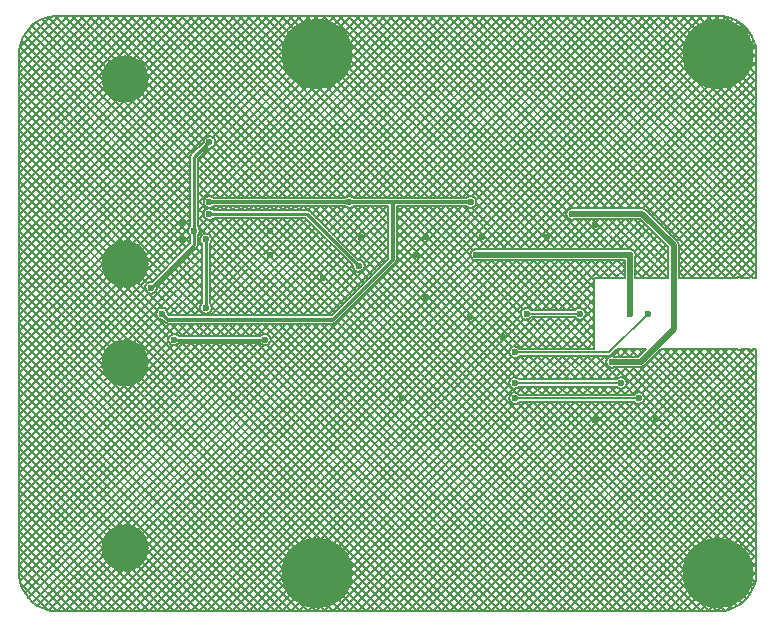
<source format=gbl>
G04*
G04 #@! TF.GenerationSoftware,Altium Limited,Altium Designer,23.9.2 (47)*
G04*
G04 Layer_Physical_Order=2*
G04 Layer_Color=16711680*
%FSLAX25Y25*%
%MOIN*%
G70*
G04*
G04 #@! TF.SameCoordinates,B9D28BA6-00D3-483F-BACE-1505689BD4AF*
G04*
G04*
G04 #@! TF.FilePolarity,Positive*
G04*
G01*
G75*
%ADD10C,0.00984*%
%ADD13C,0.00787*%
%ADD15C,0.00591*%
%ADD32C,0.01181*%
%ADD45C,0.01968*%
%ADD46C,0.15748*%
%ADD47C,0.23622*%
%ADD48C,0.02362*%
G36*
X31463Y56371D02*
X31545Y56458D01*
X31618Y56545D01*
X31682Y56634D01*
X31738Y56723D01*
X31785Y56812D01*
X31824Y56903D01*
X31853Y56994D01*
X31874Y57086D01*
X31886Y57178D01*
X31890Y57272D01*
X33059Y56102D01*
X32966Y56099D01*
X32873Y56087D01*
X32781Y56066D01*
X32690Y56036D01*
X32600Y55998D01*
X32510Y55951D01*
X32421Y55895D01*
X32333Y55831D01*
X32245Y55757D01*
X32158Y55675D01*
X31463Y56371D01*
D02*
G37*
D10*
X13681Y8681D02*
X27953Y22953D01*
Y27559D01*
X21358Y-8661D02*
X51575D01*
X31811Y1969D02*
Y24724D01*
X27953Y52165D02*
X33071Y57284D01*
X27953Y27559D02*
Y52165D01*
X65597Y33189D02*
X82793Y15992D01*
X33071Y33189D02*
X65597D01*
D13*
X134843Y-23130D02*
X170276D01*
X134843Y-28248D02*
X176181D01*
X166240Y-12894D02*
X179134Y0D01*
X134843Y-12894D02*
X166240D01*
X138779Y0D02*
X156496D01*
D15*
X189575Y22835D02*
X189054Y24093D01*
X189575Y22835D02*
X189054Y24093D01*
X210764Y11811D02*
X209646Y12106D01*
X208528Y11811D01*
X214701D02*
X213583Y12106D01*
X212465Y11811D01*
X178581Y34565D02*
X177323Y35087D01*
X178581Y34565D02*
X177323Y35087D01*
X122075Y37224D02*
X121857Y38127D01*
X121250Y38830D01*
X120390Y39179D01*
X119465Y39096D01*
X118680Y38600D01*
X118699Y35829D02*
X119486Y35345D01*
X120406Y35272D01*
X121259Y35625D01*
X121859Y36327D01*
X122075Y37224D01*
X154884Y35087D02*
X153915Y35280D01*
X152974Y34981D01*
X152295Y34264D01*
X152048Y33307D01*
X152295Y32351D01*
X152974Y31633D01*
X153915Y31334D01*
X154884Y31528D01*
X81124Y38600D02*
X80237Y39114D01*
X79212D01*
X78325Y38600D01*
X78306Y35829D02*
X79203Y35298D01*
X80246D01*
X81143Y35829D01*
X175205Y19685D02*
X174958Y20642D01*
X174279Y21359D01*
X173337Y21658D01*
X172369Y21465D01*
X175008Y18825D02*
X175205Y19685D01*
X122907Y21465D02*
X121938Y21658D01*
X120996Y21359D01*
X120318Y20641D01*
X120071Y19685D01*
X120318Y18728D01*
X120997Y18011D01*
X121939Y17711D01*
X122907Y17906D01*
X95074Y16737D02*
X95480Y17717D01*
X95074Y16737D02*
X95480Y17717D01*
X84770Y15992D02*
X84479Y17024D01*
X83694Y17752D01*
X82643Y17963D01*
X80823Y16142D02*
X81023Y15114D01*
X81720Y14333D01*
X82718Y14017D01*
X83738Y14256D01*
X84492Y14983D01*
X84770Y15992D01*
X212465Y-11811D02*
X213583Y-12106D01*
X214701Y-11811D01*
X208528D02*
X209646Y-12106D01*
X210764Y-11811D01*
X176772Y-17921D02*
X178030Y-17400D01*
X176772Y-17921D02*
X178030Y-17400D01*
X178157Y-28248D02*
X177916Y-27302D01*
X177252Y-26587D01*
X176326Y-26277D01*
X175364Y-26448D01*
X174602Y-27059D01*
Y-29437D02*
X175364Y-30048D01*
X176326Y-30219D01*
X177252Y-29909D01*
X177916Y-29194D01*
X178157Y-28248D01*
X158472Y0D02*
X158231Y946D01*
X157566Y1661D01*
X156641Y1971D01*
X155679Y1800D01*
X154917Y1189D01*
Y-1189D02*
X155679Y-1800D01*
X156641Y-1971D01*
X157566Y-1661D01*
X158231Y-946D01*
X158472Y0D01*
X166240Y-14083D02*
X167081Y-13734D01*
X166240Y-14083D02*
X167081Y-13734D01*
X140358Y1189D02*
X139596Y1800D01*
X138635Y1971D01*
X137709Y1661D01*
X137044Y946D01*
X136803Y0D01*
X137044Y-946D01*
X137709Y-1661D01*
X138635Y-1971D01*
X139596Y-1800D01*
X140358Y-1189D01*
X136421Y-11705D02*
X135659Y-11094D01*
X134698Y-10923D01*
X133772Y-11232D01*
X133107Y-11947D01*
X132866Y-12894D01*
X133107Y-13840D01*
X133772Y-14555D01*
X134698Y-14865D01*
X135659Y-14693D01*
X136421Y-14083D01*
X168183Y-14362D02*
X167214Y-14168D01*
X166272Y-14468D01*
X165593Y-15185D01*
X165347Y-16142D01*
X165593Y-17098D01*
X166272Y-17816D01*
X167214Y-18115D01*
X168183Y-17921D01*
X172252Y-23130D02*
X172011Y-22184D01*
X171346Y-21468D01*
X170420Y-21159D01*
X169459Y-21330D01*
X168697Y-21941D01*
Y-24319D02*
X169459Y-24930D01*
X170420Y-25101D01*
X171346Y-24791D01*
X172011Y-24076D01*
X172252Y-23130D01*
X136421Y-21941D02*
X135659Y-21330D01*
X134698Y-21159D01*
X133772Y-21468D01*
X133107Y-22184D01*
X132866Y-23130D01*
X133107Y-24076D01*
X133772Y-24791D01*
X134698Y-25101D01*
X135659Y-24930D01*
X136421Y-24319D01*
X136421Y-27059D02*
X135659Y-26448D01*
X134698Y-26277D01*
X133772Y-26587D01*
X133107Y-27302D01*
X132866Y-28248D01*
X133107Y-29194D01*
X133772Y-29909D01*
X134698Y-30219D01*
X135659Y-30048D01*
X136421Y-29437D01*
X66507Y34099D02*
X65597Y34476D01*
X66507Y34099D02*
X65597Y34476D01*
X35047Y57284D02*
X34790Y58259D01*
X34085Y58980D01*
X33116Y59259D01*
X32135Y59024D01*
X31398Y58336D01*
X31097Y57373D01*
X33160Y55309D02*
X34110Y55603D01*
X34797Y56321D01*
X35047Y57284D01*
X34470Y38600D02*
X33581Y39114D01*
X32555Y39112D01*
X31668Y38596D01*
X31159Y37705D01*
X31166Y36678D01*
X31687Y35794D01*
X32581Y35290D01*
X33608Y35303D01*
X34490Y35829D01*
X34570Y34476D02*
X33795Y35028D01*
X32851Y35153D01*
X31958Y34822D01*
X31324Y34113D01*
X31095Y33189D01*
X31324Y32265D01*
X31958Y31556D01*
X32851Y31225D01*
X33795Y31350D01*
X34570Y31902D01*
X29929Y27559D02*
X29749Y28384D01*
X29240Y29059D01*
X33787Y24724D02*
X33545Y25673D01*
X32878Y26388D01*
X31949Y26696D01*
X30986Y26520D01*
X30226Y25904D01*
X29854Y24999D01*
X29962Y24026D01*
X30524Y23225D01*
X33787Y1969D02*
X33607Y2794D01*
X33098Y3468D01*
Y23225D02*
X33607Y23899D01*
X33787Y24724D01*
X30524Y3468D02*
X29962Y2667D01*
X29854Y1694D01*
X30226Y789D01*
X30986Y173D01*
X31949Y-3D01*
X32878Y305D01*
X33545Y1020D01*
X33787Y1969D01*
X29240Y26059D02*
X29749Y26734D01*
X29929Y27559D01*
X28863Y22042D02*
X29240Y22953D01*
X27042Y53076D02*
X26665Y52165D01*
X27042Y53076D02*
X26665Y52165D01*
X28863Y22042D02*
X29240Y22953D01*
X26665Y29059D02*
X26057Y28119D01*
Y26999D01*
X26665Y26059D01*
X13831Y10652D02*
X12811Y10456D01*
X12031Y9769D01*
X11707Y8781D01*
X11929Y7766D01*
X12636Y7004D01*
X13631Y6705D01*
X14640Y6953D01*
X15384Y7678D01*
X15657Y8681D01*
X74410Y-3354D02*
X75389Y-2948D01*
X74410Y-3354D02*
X75389Y-2948D01*
X19313Y13D02*
X19047Y1003D01*
X18321Y1727D01*
X17331Y1990D01*
X16342Y1721D01*
X15620Y994D01*
X15360Y2D01*
X15631Y-986D01*
X16361Y-1705D01*
X17353Y-1963D01*
X18338Y-2948D02*
X19318Y-3354D01*
X18338Y-2948D02*
X19318Y-3354D01*
X53551Y-8661D02*
X53322Y-7738D01*
X52687Y-7028D01*
X51795Y-6697D01*
X50851Y-6822D01*
X50075Y-7374D01*
Y-9949D02*
X50851Y-10501D01*
X51795Y-10626D01*
X52687Y-10295D01*
X53322Y-9585D01*
X53551Y-8661D01*
X22858Y-7374D02*
X22082Y-6822D01*
X21138Y-6697D01*
X20246Y-7028D01*
X19611Y-7738D01*
X19382Y-8661D01*
X19611Y-9585D01*
X20246Y-10295D01*
X21138Y-10626D01*
X22082Y-10501D01*
X22858Y-9949D01*
X208626Y97744D02*
X213886Y92484D01*
X213233Y93615D02*
X214057Y92187D01*
X204522Y99064D02*
X215206Y88380D01*
X201614Y99188D02*
X215330Y85472D01*
X215114Y89072D02*
X215330Y87438D01*
Y86614D02*
Y87438D01*
X214057Y92187D02*
X214688Y90664D01*
X215114Y89072D01*
X205214Y98973D02*
X206806Y98546D01*
X208329Y97915D01*
X202756Y99188D02*
X203580D01*
X205214Y98973D01*
X211064Y96088D02*
X212230Y94922D01*
X213233Y93615D01*
X208329Y97915D02*
X209756Y97091D01*
X211064Y96088D01*
X179343Y99188D02*
X215330Y63201D01*
X176559Y99188D02*
X215330Y60417D01*
X173775Y99188D02*
X215330Y57634D01*
X170992Y99188D02*
X215330Y54850D01*
X168208Y99188D02*
X215330Y52066D01*
X215330Y11811D02*
X215330Y86614D01*
X165424Y99188D02*
X215330Y49282D01*
X166639Y35087D02*
X215330Y83778D01*
X198830Y99188D02*
X215330Y82688D01*
X196046Y99188D02*
X215330Y79905D01*
X193263Y99188D02*
X215330Y77121D01*
X190479Y99188D02*
X215330Y74337D01*
X187695Y99188D02*
X215330Y71553D01*
X184911Y99188D02*
X215330Y68769D01*
X182127Y99188D02*
X215330Y65985D01*
X157072Y99188D02*
X215330Y40930D01*
X154288Y99188D02*
X215330Y38146D01*
X151504Y99188D02*
X215330Y35363D01*
X148721Y99188D02*
X215330Y32579D01*
X163855Y35087D02*
X215330Y86562D01*
X145937Y99188D02*
X215330Y29795D01*
X143153Y99188D02*
X215330Y27011D01*
X140369Y99188D02*
X215330Y24227D01*
X162640Y99188D02*
X215330Y46498D01*
X122531Y21601D02*
X200117Y99188D01*
X120583Y39140D02*
X180630Y99188D01*
X121998Y37771D02*
X183414Y99188D01*
X159856D02*
X215330Y43714D01*
X161071Y35087D02*
X215102Y89118D01*
X155503Y35087D02*
X213525Y93109D01*
X158287Y35087D02*
X214447Y91246D01*
X134801Y99188D02*
X215330Y18659D01*
X132017Y99188D02*
X215330Y15875D01*
X126449Y99188D02*
X213532Y12106D01*
X123665Y99188D02*
X211042Y11811D01*
X139097Y21465D02*
X212371Y94738D01*
X137585Y99188D02*
X215330Y21443D01*
X136313Y21465D02*
X210992Y96143D01*
X129233Y99188D02*
X215330Y13092D01*
X125178Y21465D02*
X202901Y99188D01*
X120882Y99188D02*
X208259Y11811D01*
X115314Y99188D02*
X202691Y11811D01*
X118098Y99188D02*
X205475Y11811D01*
X130746Y21465D02*
X207528Y98247D01*
X133529Y21465D02*
X209376Y97311D01*
X127962Y21465D02*
X205416Y98919D01*
X189053Y24094D02*
X215330Y50371D01*
X189575Y19049D02*
X215330Y44803D01*
X186269Y26878D02*
X215330Y55939D01*
X187661Y25486D02*
X215330Y53155D01*
X213227Y12078D02*
X215330Y14181D01*
X210357Y11992D02*
X215330Y16964D01*
X189575Y16265D02*
X215330Y42019D01*
X189575Y13481D02*
X215330Y39235D01*
X189575Y21832D02*
X215330Y47587D01*
X189575Y11811D02*
Y22835D01*
Y16575D02*
X194339Y11811D01*
X189575Y13792D02*
X191555Y11811D01*
X189575Y22143D02*
X199907Y11811D01*
X189575Y19359D02*
X197123Y11811D01*
X199041D02*
X215330Y28100D01*
X201824Y11811D02*
X215330Y25316D01*
X193473Y11811D02*
X215330Y33668D01*
X196257Y11811D02*
X215330Y30884D01*
X214701Y11811D02*
X215330D01*
X214701D02*
X215330D01*
X204608D02*
X215330Y22532D01*
X207392Y11811D02*
X215330Y19748D01*
X189575Y11811D02*
X208528D01*
X190689D02*
X215330Y36452D01*
X210764Y11811D02*
X212465D01*
X210764D02*
X212465D01*
X189575D02*
X208528D01*
X177727Y35040D02*
X215330Y72642D01*
X179309Y33838D02*
X215330Y69858D01*
X172206Y35087D02*
X215330Y78210D01*
X174990Y35087D02*
X215330Y75426D01*
X183485Y29662D02*
X215330Y61507D01*
X184877Y28270D02*
X215330Y58723D01*
X180701Y32446D02*
X215330Y67074D01*
X182093Y31054D02*
X215330Y64290D01*
X178581Y34565D02*
X189054Y24093D01*
X169422Y35087D02*
X215330Y80994D01*
X176586Y31528D02*
X186016Y22097D01*
X174759Y20936D02*
X180968Y27145D01*
X172597Y21558D02*
X179576Y28537D01*
X174623Y31528D02*
X186016Y20134D01*
X179553Y11811D02*
X186016Y18273D01*
Y11811D02*
Y22097D01*
X169055Y31528D02*
X186016Y14567D01*
X176770Y11811D02*
X186016Y21057D01*
X182337Y11811D02*
X186016Y15489D01*
X185121Y11811D02*
X186016Y12706D01*
X175008Y11811D02*
X186016D01*
X175008D02*
X186016D01*
X175008Y18401D02*
X182360Y25753D01*
X175008Y15617D02*
X183752Y24361D01*
X171839Y31528D02*
X186016Y17350D01*
X166271Y31528D02*
X185987Y11811D01*
X175008Y17223D02*
X180420Y11811D01*
X175200Y19814D02*
X183204Y11811D01*
X175008Y12833D02*
X185144Y22969D01*
X108907Y38600D02*
X169495Y99188D01*
X106962Y99188D02*
X171063Y35087D01*
X106123Y38600D02*
X166711Y99188D01*
X104178Y99188D02*
X168280Y35087D01*
X114475Y38600D02*
X175062Y99188D01*
X117259Y38600D02*
X177846Y99188D01*
X108907Y38600D02*
X169495Y99188D01*
X111691Y38600D02*
X172278Y99188D01*
X98611Y99188D02*
X162712Y35087D01*
X101394Y99188D02*
X165496Y35087D01*
X97772Y38600D02*
X158359Y99188D01*
X95827Y99188D02*
X159928Y35087D01*
X100555Y38600D02*
X161143Y99188D01*
X103339Y38600D02*
X163927Y99188D01*
X112530Y99188D02*
X176631Y35087D01*
X122028Y36796D02*
X137360Y21465D01*
X109746Y99188D02*
X173847Y35087D01*
X111860Y35829D02*
X126224Y21465D01*
X120699Y35341D02*
X134576Y21465D01*
X114644Y35829D02*
X129008Y21465D01*
X117428Y35829D02*
X131792Y21465D01*
X95480Y25174D02*
X106135Y35829D01*
X95480Y25174D02*
X106135Y35829D01*
X95480Y30741D02*
X100568Y35829D01*
X95480Y27957D02*
X103351Y35829D01*
X109076D02*
X123440Y21465D01*
X106292Y35829D02*
X120858Y21263D01*
X103508Y35829D02*
X120129Y19208D01*
X90259Y99188D02*
X154169Y35278D01*
X93043Y99188D02*
X157144Y35087D01*
X81096Y38628D02*
X141656Y99188D01*
X83852Y38600D02*
X144440Y99188D01*
X92204Y38600D02*
X152791Y99188D01*
X94988Y38600D02*
X155575Y99188D01*
X86636Y38600D02*
X147223Y99188D01*
X89420Y38600D02*
X150007Y99188D01*
X81124Y38600D02*
X94095D01*
X118680D01*
X78284D02*
X138872Y99188D01*
X95480Y35829D02*
X118699D01*
X92373D02*
X92709Y35493D01*
X81143Y35829D02*
X92709D01*
X87475Y99188D02*
X152333Y34330D01*
X84691Y99188D02*
X162415Y21465D01*
X79124Y99188D02*
X156847Y21465D01*
X81907Y99188D02*
X159631Y21465D01*
X95480Y22390D02*
X108919Y35829D01*
X95480Y19606D02*
X111703Y35829D01*
X95480Y33525D02*
X97784Y35829D01*
X95480Y17717D02*
Y35829D01*
X89589D02*
X92709Y32709D01*
X86805Y35829D02*
X92709Y29925D01*
X84021Y35829D02*
X92709Y27141D01*
X78497Y22109D02*
X92216Y35829D01*
X81237D02*
X92709Y24357D01*
Y18291D02*
Y35829D01*
X78850Y35432D02*
X92709Y21574D01*
X163487Y31528D02*
X173357Y21657D01*
X164152Y21465D02*
X174215Y31528D01*
X154884Y35087D02*
X177323D01*
X154884Y31528D02*
X176586D01*
X166936Y21465D02*
X176792Y31321D01*
X169720Y21465D02*
X178184Y29929D01*
X157919Y31528D02*
X167982Y21465D01*
X158584D02*
X168647Y31528D01*
X155135D02*
X165198Y21465D01*
X155800D02*
X165864Y31528D01*
X168757Y17906D02*
X171449Y15214D01*
X165974Y17906D02*
X171449Y12430D01*
X160703Y31528D02*
X170766Y21465D01*
X161368D02*
X171431Y31528D01*
X171449Y11811D02*
Y17906D01*
X175008Y11811D02*
Y18825D01*
X165634Y11811D02*
X171449Y17626D01*
X168418Y11811D02*
X171449Y14842D01*
X171202Y11811D02*
X171449Y12058D01*
X175008Y14439D02*
X177636Y11811D01*
X161417D02*
X171449D01*
X161417D02*
X171449D01*
X160406Y17906D02*
X166500Y11811D01*
X162850D02*
X168945Y17906D01*
X157622D02*
X163716Y11811D01*
X154838Y17906D02*
X161417Y11326D01*
X163190Y17906D02*
X169284Y11811D01*
X157948Y1341D02*
X161417Y4810D01*
X155568Y1745D02*
X161417Y7594D01*
X150233Y21465D02*
X160296Y31528D01*
X153017Y21465D02*
X163080Y31528D01*
X141881Y21465D02*
X152484Y32068D01*
X147449Y21465D02*
X157512Y31528D01*
X144665Y21465D02*
X154624Y31424D01*
X122907Y17906D02*
X171449D01*
X122907Y21465D02*
X172369D01*
X82706Y17967D02*
X92709Y27970D01*
X84504Y16982D02*
X92709Y25186D01*
X79889Y20718D02*
X92709Y33538D01*
X81281Y19326D02*
X92709Y30754D01*
X152054Y17906D02*
X161417Y8542D01*
X141093Y1189D02*
X157809Y17906D01*
X139074Y1954D02*
X155025Y17906D01*
X140919D02*
X156887Y1937D01*
X149270Y17906D02*
X161417Y5759D01*
X152228Y1189D02*
X161417Y10378D01*
X146486Y17906D02*
X161417Y2975D01*
X146660Y1189D02*
X163377Y17906D01*
X132567D02*
X149284Y1189D01*
X135351Y17906D02*
X152067Y1189D01*
X121570Y17767D02*
X137689Y1648D01*
X129783Y17906D02*
X146500Y1189D01*
X84736Y15627D02*
X87390Y12972D01*
X83451Y14128D02*
X85998Y11580D01*
X214701Y-11811D02*
X215330D01*
X215177D02*
X215330Y-11963D01*
X210764Y-11811D02*
X212465D01*
X212393D02*
X215330Y-14747D01*
X209891Y-12093D02*
X215330Y-17531D01*
X206826Y-11811D02*
X215330Y-20315D01*
X204042Y-11811D02*
X215330Y-23099D01*
X176203Y-11811D02*
X177394Y-13002D01*
X178030Y-17400D02*
X183619Y-11811D01*
X175651Y-14362D02*
X178202Y-11811D01*
X176034Y-14362D02*
X178586Y-11811D01*
X183619D02*
X208528D01*
X195690D02*
X215330Y-31451D01*
X192906Y-11811D02*
X215330Y-34234D01*
X190122Y-11811D02*
X215330Y-37018D01*
X187338Y-11811D02*
X215330Y-39802D01*
X184555Y-11811D02*
X215330Y-42586D01*
X215330Y-86614D02*
X215330Y-11811D01*
X182695Y-12735D02*
X215330Y-45370D01*
X181303Y-14127D02*
X215330Y-48154D01*
X201258Y-11811D02*
X215330Y-25883D01*
X198474Y-11811D02*
X215330Y-28667D01*
X177308Y-26625D02*
X192122Y-11811D01*
X178128Y-28589D02*
X194906Y-11811D01*
X179911Y-15519D02*
X215330Y-50938D01*
X178519Y-16911D02*
X215330Y-53721D01*
X176745Y-17921D02*
X215330Y-56505D01*
X172241Y-23341D02*
X183770Y-11811D01*
X83783Y5445D02*
X188415Y-99188D01*
X80999Y2661D02*
X182847Y-99188D01*
X82391Y4053D02*
X185631Y-99188D01*
X174090Y-27059D02*
X189338Y-11811D01*
X173962Y-17921D02*
X215330Y-59289D01*
X171306Y-27059D02*
X186554Y-11811D01*
X171178Y-17921D02*
X215330Y-62073D01*
X172867Y-14362D02*
X175419Y-11811D01*
X173419D02*
X175970Y-14362D01*
X169004Y-11811D02*
X178586D01*
X79607Y1269D02*
X180063Y-99188D01*
X171336Y-21462D02*
X174876Y-17921D01*
X168394D02*
X176867Y-26395D01*
X168183Y-14362D02*
X176034D01*
X168183Y-17921D02*
X176772D01*
X121448Y-99188D02*
X208725Y-11911D01*
X124232Y-99188D02*
X211609Y-11811D01*
X115881Y-99188D02*
X203257Y-11811D01*
X118664Y-99188D02*
X206041Y-11811D01*
X132584Y-99188D02*
X215330Y-16442D01*
X135368Y-99188D02*
X215330Y-19226D01*
X127016Y-99188D02*
X214177Y-12027D01*
X129800Y-99188D02*
X215330Y-13658D01*
X89350Y11012D02*
X199551Y-99188D01*
X90742Y12404D02*
X202334Y-99188D01*
X86566Y8229D02*
X193983Y-99188D01*
X87958Y9621D02*
X196767Y-99188D01*
X110313Y-99188D02*
X197690Y-11811D01*
X113097Y-99188D02*
X200473Y-11811D01*
X85175Y6837D02*
X191199Y-99188D01*
X178035Y-27562D02*
X215330Y-64857D01*
Y-86614D02*
X215330Y-87438D01*
X177451Y-29762D02*
X215330Y-67641D01*
X174342Y-29437D02*
X215330Y-70425D01*
X215114Y-89072D02*
X215330Y-87438D01*
X214688Y-90664D02*
X215114Y-89072D01*
X214057Y-92187D02*
X214688Y-90664D01*
X213233Y-93615D02*
X214057Y-92187D01*
X212230Y-94922D02*
X213233Y-93615D01*
X210138Y-96799D02*
X212940Y-93996D01*
X211064Y-96088D02*
X212230Y-94922D01*
X209756Y-97091D02*
X211064Y-96088D01*
X208329Y-97915D02*
X209756Y-97091D01*
X206806Y-98546D02*
X208329Y-97915D01*
X188261Y-99188D02*
X215330Y-72120D01*
X191045Y-99188D02*
X215330Y-74904D01*
X182694Y-99188D02*
X215330Y-66552D01*
X185477Y-99188D02*
X215330Y-69336D01*
X199397Y-99188D02*
X215330Y-83255D01*
X202181Y-99188D02*
X215330Y-86039D01*
X193829Y-99188D02*
X215330Y-77688D01*
X196613Y-99188D02*
X215330Y-80471D01*
X205175Y-98978D02*
X215120Y-89033D01*
X179910Y-99188D02*
X215330Y-63768D01*
X174342Y-99188D02*
X215330Y-58200D01*
X177126Y-99188D02*
X215330Y-60984D01*
X205214Y-98973D02*
X206806Y-98546D01*
X203580Y-99188D02*
X205214Y-98973D01*
X202756Y-99188D02*
X203580D01*
X171558Y-29437D02*
X215330Y-73209D01*
X168774Y-29437D02*
X215330Y-75993D01*
X154855Y-29437D02*
X214983Y-89565D01*
X152071Y-29437D02*
X214281Y-91647D01*
X165990Y-29437D02*
X215330Y-78777D01*
X163206Y-29437D02*
X215330Y-81560D01*
X160422Y-29437D02*
X215330Y-84344D01*
X157639Y-29437D02*
X215330Y-87128D01*
X171918Y-24229D02*
X174667Y-26978D01*
X140935Y-29437D02*
X209017Y-97518D01*
X136421Y-29437D02*
X174602D01*
X138151D02*
X207127Y-98413D01*
X149287Y-29437D02*
X213318Y-93468D01*
X146503Y-29437D02*
X212109Y-95043D01*
X143719Y-29437D02*
X210671Y-96389D01*
X149287Y-99188D02*
X215330Y-33145D01*
X152071Y-99188D02*
X215330Y-35929D01*
X143719Y-99188D02*
X215330Y-27578D01*
X146503Y-99188D02*
X215330Y-30362D01*
X160423Y-99188D02*
X215330Y-44281D01*
X163207Y-99188D02*
X215330Y-47065D01*
X154855Y-99188D02*
X215330Y-38713D01*
X157639Y-99188D02*
X215330Y-41497D01*
X138152Y-99188D02*
X215330Y-22010D01*
X140936Y-99188D02*
X215330Y-24794D01*
X135868Y-29937D02*
X204939Y-99009D01*
X107529Y-99188D02*
X176522Y-30195D01*
X168774Y-99188D02*
X215330Y-52632D01*
X171558Y-99188D02*
X215330Y-55416D01*
X165990Y-99188D02*
X215330Y-49849D01*
X158433Y391D02*
X161417Y-2593D01*
X150470Y-11705D02*
X161417Y-757D01*
X149444Y1189D02*
X166161Y17906D01*
X147686Y-11705D02*
X161417Y2026D01*
X157647Y-1607D02*
X161417Y-5377D01*
X154445Y-1189D02*
X161417Y-8161D01*
X151662Y-1189D02*
X161417Y-10945D01*
X153254Y-11705D02*
X161417Y-3541D01*
X143877Y1189D02*
X160593Y17906D01*
X143703D02*
X161417Y191D01*
X146094Y-1189D02*
X156609Y-11705D01*
X148878Y-1189D02*
X159393Y-11705D01*
X143310Y-1189D02*
X153826Y-11705D01*
X144902D02*
X155155Y-1452D01*
X170083Y-14362D02*
X172635Y-11811D01*
X170635D02*
X173186Y-14362D01*
X167081Y-13734D02*
X169004Y-11811D01*
X167490Y-14172D02*
X169851Y-11811D01*
X167035Y-13778D02*
X167424Y-14168D01*
X168428Y-12387D02*
X170403Y-14362D01*
X158822Y-11705D02*
X161417Y-9109D01*
Y-11705D02*
Y11811D01*
X156038Y-11705D02*
X161417Y-6325D01*
X145068Y-14083D02*
X152926Y-21941D01*
X147852Y-14083D02*
X155710Y-21941D01*
X148585D02*
X156444Y-14083D01*
X145802Y-21941D02*
X153660Y-14083D01*
X138135Y17906D02*
X154851Y1189D01*
X140358D02*
X154917D01*
X134529Y-10942D02*
X144282Y-1189D01*
X97940Y35829D02*
X145474Y-11705D01*
X140358Y-1189D02*
X154917D01*
X138511Y-1958D02*
X148258Y-11705D01*
X136421D02*
X161417D01*
X136551D02*
X147066Y-1189D01*
X100724Y35829D02*
X136821Y-268D01*
X95480Y29937D02*
X137122Y-11705D01*
X95480Y35505D02*
X142690Y-11705D01*
X95480Y32721D02*
X139906Y-11705D01*
X126999Y17906D02*
X143716Y1189D01*
X124215Y17906D02*
X140932Y1189D01*
X95480Y27153D02*
X133830Y-11196D01*
X140526Y-1189D02*
X151042Y-11705D01*
X142118D02*
X152634Y-1189D01*
X139334Y-11705D02*
X149850Y-1189D01*
X137450Y-21941D02*
X145308Y-14083D01*
X142284D02*
X150142Y-21941D01*
X143018D02*
X150876Y-14083D01*
X139500D02*
X147359Y-21941D01*
X140234D02*
X148092Y-14083D01*
X95480Y18802D02*
X135577Y-21295D01*
X95480Y21586D02*
X139007Y-21941D01*
X95480Y24370D02*
X132870Y-13020D01*
X94918Y16580D02*
X133342Y-21844D01*
X93526Y15188D02*
X134992Y-26277D01*
X92134Y13796D02*
X133153Y-27222D01*
X165289Y-21941D02*
X169308Y-17921D01*
X161771Y-14083D02*
X169176Y-21487D01*
X158987Y-14083D02*
X166846Y-21941D01*
X162505D02*
X166505Y-17941D01*
X168073Y-21941D02*
X172092Y-17921D01*
X153420Y-14083D02*
X161278Y-21941D01*
X154153D02*
X162012Y-14083D01*
X150636D02*
X158494Y-21941D01*
X151369D02*
X159228Y-14083D01*
X164555D02*
X165617Y-15144D01*
X159721Y-21941D02*
X165354Y-16308D01*
X156203Y-14083D02*
X164062Y-21941D01*
X156937D02*
X164795Y-14083D01*
X162954Y-27059D02*
X165695Y-24319D01*
X163656D02*
X166396Y-27059D01*
X160171D02*
X162911Y-24319D01*
X160872D02*
X163612Y-27059D01*
X168522D02*
X170486Y-25095D01*
X169990Y-25086D02*
X171964Y-27059D01*
X165738D02*
X168479Y-24319D01*
X166440D02*
X169180Y-27059D01*
X152520Y-24319D02*
X155261Y-27059D01*
X154603D02*
X157343Y-24319D01*
X149736D02*
X152477Y-27059D01*
X151819D02*
X154559Y-24319D01*
X157387Y-27059D02*
X160127Y-24319D01*
X158088D02*
X160828Y-27059D01*
X155304Y-24319D02*
X158044Y-27059D01*
X136716Y-14083D02*
X144575Y-21941D01*
X140683Y-27059D02*
X143424Y-24319D01*
X136421Y-14083D02*
X166240D01*
X136421Y-21941D02*
X168697D01*
X141385Y-24319D02*
X144125Y-27059D01*
X143467D02*
X146207Y-24319D01*
X136421D02*
X168697D01*
X136421Y-27059D02*
X174602D01*
X135379Y-21228D02*
X142524Y-14083D01*
X135705Y-26470D02*
X137856Y-24319D01*
X134716Y-14866D02*
X141791Y-21941D01*
X137900Y-27059D02*
X140640Y-24319D01*
X138601D02*
X141341Y-27059D01*
X136129Y-24630D02*
X138557Y-27059D01*
X90826Y-99188D02*
X160576Y-29437D01*
X93609Y-99188D02*
X163360Y-29437D01*
X85258Y-99188D02*
X155009Y-29437D01*
X88042Y-99188D02*
X157793Y-29437D01*
X101961Y-99188D02*
X171712Y-29437D01*
X104745Y-99188D02*
X174496Y-29437D01*
X96393Y-99188D02*
X166144Y-29437D01*
X99177Y-99188D02*
X168928Y-29437D01*
X146953Y-24319D02*
X149693Y-27059D01*
X149035D02*
X151775Y-24319D01*
X144169D02*
X146909Y-27059D01*
X146251D02*
X148991Y-24319D01*
X82474Y-99188D02*
X152225Y-29437D01*
X79690Y-99188D02*
X149441Y-29437D01*
X47662Y38600D02*
X108249Y99188D01*
X48501D02*
X109088Y38600D01*
X44878D02*
X105465Y99188D01*
X45717D02*
X106304Y38600D01*
X68898Y99188D02*
X202756Y99188D01*
X59636Y99188D02*
X119670Y39154D01*
X50446Y38600D02*
X111033Y99188D01*
X51285D02*
X111872Y38600D01*
X36526D02*
X97114Y99188D01*
X37365D02*
X97953Y38600D01*
X34839Y56400D02*
X77627Y99188D01*
X34581D02*
X95169Y38600D01*
X42094D02*
X102681Y99188D01*
X42933D02*
X103521Y38600D01*
X39310D02*
X99898Y99188D01*
X40149D02*
X100737Y38600D01*
X69933D02*
X130520Y99188D01*
X72717Y38600D02*
X133304Y99188D01*
X67149Y38600D02*
X127736Y99188D01*
X62420D02*
X140144Y21465D01*
X70772Y99188D02*
X148495Y21465D01*
X76340Y99188D02*
X154063Y21465D01*
X65204Y99188D02*
X142927Y21465D01*
X67988Y99188D02*
X145711Y21465D01*
X56013Y38600D02*
X116601Y99188D01*
X56852D02*
X117440Y38600D01*
X53229D02*
X113817Y99188D01*
X54068D02*
X114656Y38600D01*
X61581D02*
X122169Y99188D01*
X64365Y38600D02*
X124952Y99188D01*
X58797Y38600D02*
X119385Y99188D01*
X34400Y58746D02*
X74843Y99188D01*
X29240Y48018D02*
X80410Y99188D01*
X17878D02*
X78397Y38669D01*
X15094Y99188D02*
X75682Y38600D01*
X29240Y39666D02*
X88762Y99188D01*
X34058Y38917D02*
X94330Y99188D01*
X29240Y45234D02*
X83194Y99188D01*
X29240Y42450D02*
X85978Y99188D01*
X1175D02*
X61762Y38600D01*
X3959Y99188D02*
X64546Y38600D01*
X-4393Y99188D02*
X56195Y38600D01*
X-1609Y99188D02*
X58978Y38600D01*
X9527Y99188D02*
X70114Y38600D01*
X12310Y99188D02*
X72898Y38600D01*
X-18541Y99188D02*
X68898D01*
X6743D02*
X67330Y38600D01*
X20662Y99188D02*
X81249Y38600D01*
X23446Y99188D02*
X84033Y38600D01*
X-30290Y5190D02*
X63707Y99188D01*
X-30290Y2407D02*
X66491Y99188D01*
X31798D02*
X92385Y38600D01*
X29240Y36882D02*
X91546Y99188D01*
X26230D02*
X86817Y38600D01*
X29014Y99188D02*
X89601Y38600D01*
X-30290Y19110D02*
X49788Y99188D01*
X-30290Y16326D02*
X52572Y99188D01*
X-30290Y24678D02*
X44220Y99188D01*
X-30290Y21894D02*
X47004Y99188D01*
X-30290Y10758D02*
X58139Y99188D01*
X-30290Y7974D02*
X60923Y99188D01*
X-30290Y13542D02*
X55356Y99188D01*
X75501Y38600D02*
X136088Y99188D01*
X68753Y31853D02*
X72729Y35829D01*
X65794Y34461D02*
X67161Y35829D01*
X67361Y33245D02*
X69945Y35829D01*
X70145Y30461D02*
X75513Y35829D01*
X71537Y29069D02*
X78297Y35829D01*
X57457Y34476D02*
X58809Y35829D01*
X58966D02*
X60319Y34476D01*
X54673D02*
X56026Y35829D01*
X56182D02*
X57535Y34476D01*
X63025D02*
X64377Y35829D01*
X64534D02*
X65930Y34432D01*
X60241Y34476D02*
X61593Y35829D01*
X61750D02*
X63103Y34476D01*
X75713Y24893D02*
X86648Y35829D01*
X77105Y23502D02*
X89432Y35829D01*
X73556Y99188D02*
X151279Y21465D01*
X67318Y35829D02*
X88782Y14364D01*
X75670Y35829D02*
X92709Y18790D01*
X72886Y35829D02*
X91566Y17148D01*
X70102Y35829D02*
X90174Y15756D01*
X62893Y31902D02*
X84607Y10188D01*
X72929Y27677D02*
X80796Y35544D01*
X74321Y26285D02*
X83864Y35829D01*
X66507Y34099D02*
X82643Y17963D01*
X54542Y31902D02*
X80431Y6013D01*
X65063Y31902D02*
X80823Y16142D01*
X60110Y31902D02*
X83215Y8796D01*
X57326Y31902D02*
X81823Y7405D01*
X35025Y56986D02*
X53411Y38600D01*
X47831Y35829D02*
X49183Y34476D01*
X33786Y55441D02*
X50627Y38600D01*
X34470D02*
X78325D01*
X49105Y34476D02*
X50458Y35829D01*
X50615D02*
X51967Y34476D01*
X34490Y35829D02*
X78306D01*
X34570Y34476D02*
X65597D01*
X32026Y54418D02*
X47843Y38600D01*
X42263Y35829D02*
X43615Y34476D01*
X29242Y51634D02*
X42275Y38600D01*
X30634Y53026D02*
X45059Y38600D01*
X45047Y35829D02*
X46399Y34476D01*
X46322D02*
X47674Y35829D01*
X43538Y34476D02*
X44890Y35829D01*
X34570Y31902D02*
X65063D01*
X33738Y2406D02*
X63234Y31902D01*
X33098Y7334D02*
X57666Y31902D01*
X33098Y4550D02*
X60450Y31902D01*
X51758D02*
X79039Y4621D01*
X48974Y31902D02*
X77647Y3229D01*
X46190Y31902D02*
X76255Y1837D01*
X43406Y31902D02*
X74863Y445D01*
X51889Y34476D02*
X53242Y35829D01*
X53399D02*
X54751Y34476D01*
X33098Y21253D02*
X43747Y31902D01*
X33098Y18469D02*
X46531Y31902D01*
X33098Y12902D02*
X52098Y31902D01*
X33098Y10118D02*
X54882Y31902D01*
X33098Y15686D02*
X49314Y31902D01*
X-7177Y99188D02*
X32774Y59237D01*
X-9961Y99188D02*
X31229Y57999D01*
X-20175Y98973D02*
X-18541Y99188D01*
X-12744D02*
X30205Y56238D01*
X-21767Y98546D02*
X-20175Y98973D01*
X-23290Y97915D02*
X-21767Y98546D01*
X-30098Y88899D02*
X-20002Y98996D01*
X-24717Y97091D02*
X-23290Y97915D01*
X-26025Y96088D02*
X-24717Y97091D01*
X-27190Y94922D02*
X-26025Y96088D01*
X-28231Y93550D02*
X-24652Y97129D01*
X-28194Y93615D02*
X-27190Y94922D01*
X-29018Y92187D02*
X-28194Y93615D01*
X-29649Y90664D02*
X-29018Y92187D01*
X-30075Y89072D02*
X-29649Y90664D01*
X-15528Y99188D02*
X28813Y54846D01*
X-18312Y99188D02*
X27421Y53454D01*
X-26186Y95926D02*
X26665Y43075D01*
X-27527Y94483D02*
X26665Y40291D01*
X-28651Y92823D02*
X26665Y37507D01*
X-29539Y90928D02*
X26665Y34723D01*
X-30121Y88725D02*
X26665Y31939D01*
X-20732Y98823D02*
X26665Y51426D01*
X-22807Y98115D02*
X26665Y48643D01*
X-24622Y97146D02*
X26665Y45859D01*
X-30290Y66624D02*
X19756Y16577D01*
X-30290Y61056D02*
X16973Y13793D01*
X-30290Y58272D02*
X15581Y12401D01*
X-30290Y63840D02*
X18364Y15185D01*
X-30290Y63652D02*
X5246Y99188D01*
X-30290Y60868D02*
X8029Y99188D01*
X-30290Y69220D02*
X-322Y99188D01*
X-30290Y66436D02*
X2462Y99188D01*
X-30290Y52517D02*
X16381Y99188D01*
X-30290Y49733D02*
X19165Y99188D01*
X-30290Y58084D02*
X10813Y99188D01*
X-30290Y55300D02*
X13597Y99188D01*
X-30290Y80355D02*
X-11458Y99188D01*
X-30290Y77571D02*
X-8674Y99188D01*
X-30290Y85923D02*
X-17025Y99188D01*
X-30290Y83139D02*
X-14242Y99188D01*
X-30290Y87438D02*
X-30075Y89072D01*
X-30290Y86614D02*
Y87438D01*
Y74787D02*
X-5890Y99188D01*
X-30290Y72004D02*
X-3106Y99188D01*
X-30290Y35813D02*
X33084Y99188D01*
X-30290Y33029D02*
X35868Y99188D01*
X-30290Y41381D02*
X27517Y99188D01*
X-30290Y38597D02*
X30301Y99188D01*
X-30290Y86111D02*
X26665Y29155D01*
X-30290Y80543D02*
X26665Y23588D01*
X-30290Y30245D02*
X38652Y99188D01*
X-30290Y27461D02*
X41436Y99188D01*
X-30290Y83327D02*
X26066Y26971D01*
X-30290Y77759D02*
X25324Y22145D01*
X-30290Y46949D02*
X21949Y99188D01*
X-30290Y44165D02*
X24733Y99188D01*
X-30290Y72192D02*
X22540Y19361D01*
X-30290Y69408D02*
X21148Y17969D01*
X-30290Y74975D02*
X23932Y20753D01*
X36695Y35829D02*
X38048Y34476D01*
X37970D02*
X39322Y35829D01*
X35186Y34476D02*
X36538Y35829D01*
X39479D02*
X40832Y34476D01*
X40754D02*
X42106Y35829D01*
X34175Y35565D02*
X35264Y34476D01*
X29240Y37716D02*
X32066Y34891D01*
X29240Y34098D02*
X31359Y36217D01*
X29240Y43284D02*
X33365Y39159D01*
X29240Y40500D02*
X31431Y38309D01*
X29499Y28790D02*
X32150Y31440D01*
X29240Y34932D02*
X31098Y33075D01*
X29240Y31314D02*
X31095Y33169D01*
X32744Y26467D02*
X38179Y31902D01*
X33787Y24726D02*
X40963Y31902D01*
X29240Y25747D02*
X35395Y31902D01*
X33098Y3468D02*
Y23225D01*
X29496Y26324D02*
X30103Y25718D01*
X29240Y22953D02*
Y26059D01*
Y29364D02*
X31906Y26698D01*
X29240Y22963D02*
X30069Y23791D01*
X30524Y3468D02*
Y23225D01*
X29240Y23797D02*
X30524Y22513D01*
X29240Y51632D02*
X32658Y55049D01*
X29240Y48852D02*
X39491Y38600D01*
X27042Y53076D02*
X30837Y56870D01*
X29240Y50801D02*
X33954Y55515D01*
X29240Y46068D02*
X36707Y38600D01*
X28537Y21716D02*
X30524Y19729D01*
X27145Y20324D02*
X30524Y16945D01*
X26665Y29059D02*
Y52165D01*
X29240Y29059D02*
Y51632D01*
X26665Y23486D02*
Y26059D01*
X25753Y18932D02*
X30524Y14162D01*
X24361Y17540D02*
X30524Y11378D01*
X15652Y8831D02*
X28863Y22042D01*
X22969Y16148D02*
X30524Y8594D01*
X21577Y14756D02*
X30524Y5810D01*
X20185Y13364D02*
X30303Y3246D01*
X16362Y1733D02*
X30524Y15895D01*
X18778Y1365D02*
X30524Y13111D01*
X-30290Y49920D02*
X12020Y7610D01*
X-30290Y47137D02*
X15710Y1136D01*
X-30290Y55488D02*
X14189Y11009D01*
X-30290Y52704D02*
X12310Y10104D01*
X13831Y10652D02*
X26665Y23486D01*
X12610Y7020D02*
X17669Y1962D01*
X40622Y31902D02*
X73107Y-583D01*
X41885D02*
X69716Y27249D01*
X37839Y31902D02*
X70323Y-583D01*
X39101D02*
X68325Y28640D01*
X50237Y-583D02*
X73892Y23073D01*
X53021Y-583D02*
X75284Y21681D01*
X44669Y-583D02*
X71108Y25857D01*
X47453Y-583D02*
X72500Y24465D01*
X33534Y-583D02*
X65541Y31424D01*
X35055Y31902D02*
X67539Y-583D01*
X29240Y32148D02*
X61971Y-583D01*
X32956Y31216D02*
X64755Y-583D01*
X33785Y24820D02*
X59187Y-583D01*
X36317D02*
X66933Y30032D01*
X33098Y22722D02*
X56403Y-583D01*
X33098Y19938D02*
X53619Y-583D01*
X72508D02*
X92709Y19618D01*
X73835Y-583D02*
X92709Y18291D01*
X24013Y-99188D02*
X141106Y17906D01*
X26796Y-99188D02*
X143890Y17906D01*
X75389Y-2948D02*
X95074Y16737D01*
X35148Y-99188D02*
X152241Y17906D01*
X29580Y-99188D02*
X146674Y17906D01*
X32364Y-99188D02*
X149458Y17906D01*
X69724Y-583D02*
X92709Y22402D01*
X69724Y-583D02*
X92709Y22402D01*
X55805Y-583D02*
X76676Y20289D01*
X58588Y-583D02*
X78068Y18897D01*
X64156Y-583D02*
X80819Y16080D01*
X66940Y-583D02*
X81804Y14281D01*
X61372Y-583D02*
X79460Y17505D01*
X-20285Y-98943D02*
X114487Y35829D01*
X-30290Y33217D02*
X102115Y-99188D01*
X-30290Y38785D02*
X107683Y-99188D01*
X-30290Y36001D02*
X104899Y-99188D01*
X-30290Y24866D02*
X93763Y-99188D01*
X-30290Y22082D02*
X90979Y-99188D01*
X-30290Y30433D02*
X99331Y-99188D01*
X-30290Y27650D02*
X96547Y-99188D01*
X-30290Y19298D02*
X88196Y-99188D01*
X-30290Y16514D02*
X85412Y-99188D01*
X-30290Y-377D02*
X69275Y99188D01*
X-30290Y-3161D02*
X72059Y99188D01*
X-30290Y8162D02*
X77060Y-99188D01*
X-30290Y5378D02*
X74276Y-99188D01*
X-30290Y13730D02*
X82628Y-99188D01*
X-30290Y10946D02*
X79844Y-99188D01*
X-6610D02*
X191766Y99188D01*
X-3826Y-99188D02*
X194550Y99188D01*
X-12178Y-99188D02*
X186198Y99188D01*
X-9394Y-99188D02*
X188982Y99188D01*
X18445Y-99188D02*
X135538Y17906D01*
X21229Y-99188D02*
X138322Y17906D01*
X-1042Y-99188D02*
X197333Y99188D01*
X15661Y-99188D02*
X132754Y17906D01*
X1742Y-99188D02*
X120131Y19201D01*
X7309Y-99188D02*
X124403Y17906D01*
X-17746Y-99188D02*
X117271Y35829D01*
X-14962Y-99188D02*
X119551Y35325D01*
X10093Y-99188D02*
X127187Y17906D01*
X12877Y-99188D02*
X129970Y17906D01*
X4525Y-99188D02*
X121499Y17786D01*
X59175Y-3354D02*
X155009Y-99188D01*
X61959Y-3354D02*
X157792Y-99188D01*
X53607Y-3354D02*
X149441Y-99188D01*
X56391Y-3354D02*
X152225Y-99188D01*
X70310Y-3354D02*
X166144Y-99188D01*
X73094Y-3354D02*
X168928Y-99188D01*
X64743Y-3354D02*
X160576Y-99188D01*
X67527Y-3354D02*
X163360Y-99188D01*
X52334Y-6837D02*
X55817Y-3354D01*
X53536Y-8419D02*
X58601Y-3354D01*
X52371Y-10470D02*
X141089Y-99188D01*
X53541Y-8856D02*
X143873Y-99188D01*
X49066Y-9949D02*
X138305Y-99188D01*
X50823Y-3354D02*
X146657Y-99188D01*
X76823Y-1515D02*
X174496Y-99188D01*
X78215Y-123D02*
X177280Y-99188D01*
X75431Y-2907D02*
X171712Y-99188D01*
X54635Y-99188D02*
X139740Y-14083D01*
X74122Y-99188D02*
X143873Y-29437D01*
X76906Y-99188D02*
X146657Y-29437D01*
X68898Y-99188D02*
X202756Y-99188D01*
X71338Y-99188D02*
X141089Y-29437D01*
X57419Y-99188D02*
X132940Y-23667D01*
X60203Y-99188D02*
X134348Y-25043D01*
X49067Y-99188D02*
X133729Y-14526D01*
X51851Y-99188D02*
X136957Y-14083D01*
X65771Y-99188D02*
X134737Y-30222D01*
X68555Y-99188D02*
X138305Y-29437D01*
X62987Y-99188D02*
X133064Y-29111D01*
X19892Y-583D02*
X73835D01*
X-25887Y-96194D02*
X66952Y-3354D01*
X-30290Y2595D02*
X71492Y-99188D01*
X-30290Y-189D02*
X68708Y-99188D01*
X19318Y-3354D02*
X74410D01*
X-22407Y-98281D02*
X72520Y-3354D01*
X-25887Y-96194D02*
X66952Y-3354D01*
X-24263Y-97354D02*
X69736Y-3354D01*
X-28443Y-93182D02*
X61385Y-3354D01*
X-27281Y-94804D02*
X64169Y-3354D01*
X-30290Y-2973D02*
X65924Y-99188D01*
X-30290Y-5757D02*
X63140Y-99188D01*
X-30290Y-11325D02*
X57573Y-99188D01*
X-30290Y-14109D02*
X54789Y-99188D01*
X-30290Y-8541D02*
X60357Y-99188D01*
X40716D02*
X138062Y-1842D01*
X43500Y-99188D02*
X141499Y-1189D01*
X37931Y-9949D02*
X127170Y-99188D01*
X37932D02*
X136825Y-295D01*
X46282Y-9949D02*
X135521Y-99188D01*
X46284D02*
X132891Y-12580D01*
X40715Y-9949D02*
X129954Y-99188D01*
X43499Y-9949D02*
X132738Y-99188D01*
X29579Y-9949D02*
X118818Y-99188D01*
X32363Y-9949D02*
X121602Y-99188D01*
X24011Y-9949D02*
X113250Y-99188D01*
X26795Y-9949D02*
X116034Y-99188D01*
X21853Y-10575D02*
X110467Y-99188D01*
X35147Y-9949D02*
X124386Y-99188D01*
X-18541D02*
X68898D01*
X33098Y11587D02*
X45268Y-583D01*
X33098Y8803D02*
X42484Y-583D01*
X33098Y17154D02*
X50836Y-583D01*
X33098Y14371D02*
X48052Y-583D01*
X33656Y2678D02*
X36916Y-583D01*
X48039Y-3354D02*
X51380Y-6695D01*
X33089Y461D02*
X34132Y-583D01*
X33098Y6019D02*
X39700Y-583D01*
X25182D02*
X30524Y4759D01*
X27966Y-583D02*
X29925Y1377D01*
X19753Y-444D02*
X30524Y10327D01*
X22398Y-583D02*
X30524Y7543D01*
X30750Y-583D02*
X31374Y41D01*
X21811Y-6738D02*
X25194Y-3354D01*
X19312Y-3D02*
X19892Y-583D01*
X20201Y-3354D02*
X24220Y-7374D01*
X40662D02*
X44681Y-3354D01*
X42472D02*
X46491Y-7374D01*
X37878D02*
X41897Y-3354D01*
X39688D02*
X43707Y-7374D01*
X46229D02*
X50249Y-3354D01*
X49013Y-7374D02*
X53033Y-3354D01*
X43446Y-7374D02*
X47465Y-3354D01*
X45256D02*
X49275Y-7374D01*
X31336Y-3354D02*
X35356Y-7374D01*
X32310D02*
X36330Y-3354D01*
X28552D02*
X32572Y-7374D01*
X29526D02*
X33546Y-3354D01*
X35094Y-7374D02*
X39114Y-3354D01*
X36904D02*
X40924Y-7374D01*
X34120Y-3354D02*
X38140Y-7374D01*
X-30290Y-11513D02*
X26665Y45443D01*
X-30290Y-14297D02*
X26665Y42659D01*
X-30290Y-5945D02*
X26665Y51011D01*
X-30290Y-8729D02*
X26665Y48227D01*
X17401Y10581D02*
X28565Y-583D01*
X18793Y11973D02*
X31348Y-583D01*
X16009Y9189D02*
X25781Y-583D01*
X-30290Y-17081D02*
X26665Y39875D01*
X15104Y7310D02*
X22997Y-583D01*
X-30290Y44353D02*
X20822Y-6759D01*
X-30290Y41569D02*
X19445Y-8166D01*
X19284Y346D02*
X20213Y-583D01*
X17353Y-1963D02*
X18338Y-2948D01*
X-30290Y-25432D02*
X26665Y31523D01*
X-30290Y-28216D02*
X26063Y28137D01*
X-30290Y-19864D02*
X26665Y37091D01*
X-30290Y-22648D02*
X26665Y34307D01*
X-30290Y-42135D02*
X30524Y18678D01*
X-30290Y-56055D02*
X22410Y-3354D01*
X-30290Y-31000D02*
X26665Y25956D01*
X-30290Y-39352D02*
X30524Y21462D01*
X-30290Y-36568D02*
X13077Y6799D01*
X-30290Y-44919D02*
X15617Y988D01*
X-30290Y-33784D02*
X11751Y8257D01*
X-30290Y-86614D02*
Y86614D01*
Y-50487D02*
X17793Y-2403D01*
X-30290Y-53271D02*
X19626Y-3354D01*
X-30290Y-47703D02*
X15984Y-1429D01*
X26742Y-7374D02*
X30762Y-3354D01*
X22858Y-7374D02*
X50075D01*
X25769Y-3354D02*
X29788Y-7374D01*
X22858Y-9949D02*
X50075D01*
X-30038Y-89210D02*
X49222Y-9949D01*
X-29373Y-91329D02*
X51332Y-10623D01*
X22985Y-3354D02*
X27004Y-7374D01*
X23958D02*
X27978Y-3354D01*
X-30075Y-89072D02*
X-29649Y-90664D01*
X-28194Y-93615D02*
X-27190Y-94922D01*
X-26025Y-96088D01*
X-29649Y-90664D02*
X-29018Y-92187D01*
X-28194Y-93615D01*
X-30290Y-69786D02*
X-889Y-99188D01*
X-30290Y-72570D02*
X-3673Y-99188D01*
X-30290Y-64219D02*
X4679Y-99188D01*
X-30290Y-67002D02*
X1895Y-99188D01*
X-30290Y-80922D02*
X-12024Y-99188D01*
X-30290Y-83706D02*
X-14808Y-99188D01*
X-30290Y-75354D02*
X-6456Y-99188D01*
X-30290Y-78138D02*
X-9240Y-99188D01*
X-26025Y-96088D02*
X-24717Y-97091D01*
X-23290Y-97915D01*
X-29923Y-89641D02*
X-20743Y-98820D01*
X-30290Y-86490D02*
X-17592Y-99188D01*
X-21767Y-98546D02*
X-20175Y-98973D01*
X-18541Y-99188D01*
X-23290Y-97915D02*
X-21767Y-98546D01*
X-30290Y-72758D02*
X32519Y-9949D01*
X-30290Y-75542D02*
X35303Y-9949D01*
X-30290Y-67190D02*
X26951Y-9949D01*
X-30290Y-69974D02*
X29735Y-9949D01*
X-30290Y-83894D02*
X43655Y-9949D01*
X-30290Y-86677D02*
X46439Y-9949D01*
X-30290Y-78326D02*
X38087Y-9949D01*
X-30290Y-81110D02*
X40871Y-9949D01*
X-30290Y-61623D02*
X20781Y-10552D01*
X-30290Y-58651D02*
X10247Y-99188D01*
X-30290Y-58839D02*
X19434Y-9114D01*
X-30290Y-64407D02*
X24167Y-9949D01*
X-30290Y-87438D02*
Y-86614D01*
Y-87438D02*
X-30075Y-89072D01*
X-30290Y-61435D02*
X7463Y-99188D01*
X-30290Y-22460D02*
X46437Y-99188D01*
X-30290Y-25244D02*
X43653Y-99188D01*
X-30290Y-16893D02*
X52005Y-99188D01*
X-30290Y-19677D02*
X49221Y-99188D01*
X-30290Y-33596D02*
X35302Y-99188D01*
X-30290Y-36380D02*
X32518Y-99188D01*
X-30290Y-28028D02*
X40870Y-99188D01*
X-30290Y-30812D02*
X38086Y-99188D01*
X-30290Y-44731D02*
X24166Y-99188D01*
X-30290Y-47515D02*
X21382Y-99188D01*
X-30290Y-39164D02*
X29734Y-99188D01*
X-30290Y-41947D02*
X26950Y-99188D01*
X-30290Y-53083D02*
X15815Y-99188D01*
X-30290Y-55867D02*
X13031Y-99188D01*
X-30290Y-50299D02*
X18598Y-99188D01*
D32*
X17336Y13D02*
X19318Y-1969D01*
X74410D02*
X94095Y17717D01*
X19318Y-1969D02*
X74410D01*
X79724Y37215D02*
X94095D01*
Y17717D02*
Y37215D01*
X33081D02*
X79724D01*
X94095D02*
X120089D01*
X120098Y37224D01*
X33071Y37205D02*
X33081Y37215D01*
D45*
X173228Y0D02*
Y19685D01*
X122047D02*
X173228D01*
X177323Y33307D02*
X187795Y22835D01*
X154024Y33307D02*
X177323D01*
X176772Y-16142D02*
X187795Y-5118D01*
X167323Y-16142D02*
X176772D01*
X187795Y-5118D02*
Y22835D01*
D46*
X4961Y-16417D02*
D03*
Y-78071D02*
D03*
Y16417D02*
D03*
Y78071D02*
D03*
D47*
X68898Y86614D02*
D03*
Y-86614D02*
D03*
X202756D02*
D03*
Y86614D02*
D03*
D48*
X134843Y-12894D02*
D03*
X138779Y0D02*
D03*
X122047Y19685D02*
D03*
X176181Y-28248D02*
D03*
X170276Y-23130D02*
D03*
X179134Y0D02*
D03*
X173228D02*
D03*
X156496D02*
D03*
X173228Y19685D02*
D03*
X167323Y-16142D02*
D03*
X154024Y33307D02*
D03*
X161575Y29685D02*
D03*
Y-35591D02*
D03*
X182087Y-35236D02*
D03*
X53150Y27559D02*
D03*
X24094Y24724D02*
D03*
Y30394D02*
D03*
X53150Y19685D02*
D03*
X51575Y-8661D02*
D03*
X21358D02*
D03*
X17336Y13D02*
D03*
X13681Y8681D02*
D03*
X31811Y1969D02*
D03*
X120098Y37224D02*
D03*
X79724Y37205D02*
D03*
X31811Y24724D02*
D03*
X27953Y27559D02*
D03*
X33071Y57284D02*
D03*
Y37205D02*
D03*
Y33189D02*
D03*
X82793Y15992D02*
D03*
X134843Y-23130D02*
D03*
Y-28248D02*
D03*
X105315Y5413D02*
D03*
X101772Y19587D02*
D03*
X145689Y25610D02*
D03*
X124035D02*
D03*
X83661Y25591D02*
D03*
X105315D02*
D03*
X70866Y11811D02*
D03*
X202756Y-77165D02*
D03*
X196063Y-79921D02*
D03*
X193307Y-86614D02*
D03*
X196063Y-93307D02*
D03*
X202756Y-96063D02*
D03*
X209449Y-93307D02*
D03*
Y-79921D02*
D03*
X212205Y-86614D02*
D03*
X202756Y96063D02*
D03*
X196063Y93307D02*
D03*
X193307Y86614D02*
D03*
X196063Y79921D02*
D03*
X202756Y77165D02*
D03*
X209449Y79921D02*
D03*
Y93307D02*
D03*
X212205Y86614D02*
D03*
X120079Y-984D02*
D03*
X130905Y-7677D02*
D03*
X97146Y-28248D02*
D03*
X68898Y-77165D02*
D03*
X62205Y-79921D02*
D03*
X59449Y-86614D02*
D03*
X62205Y-93307D02*
D03*
X68898Y-96063D02*
D03*
X75590Y-93307D02*
D03*
Y-79921D02*
D03*
X78347Y-86614D02*
D03*
Y86614D02*
D03*
X75590Y93307D02*
D03*
Y79921D02*
D03*
X68898Y77165D02*
D03*
X62205Y79921D02*
D03*
X59449Y86614D02*
D03*
X62205Y93307D02*
D03*
X68898Y96063D02*
D03*
M02*

</source>
